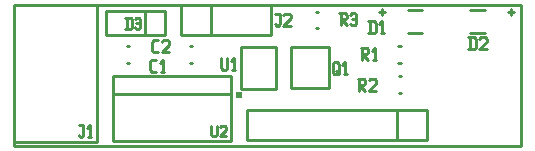
<source format=gbr>
G04 start of page 7 for group -4079 idx -4079 *
G04 Title: (unknown), topsilk *
G04 Creator: pcb 20110918 *
G04 CreationDate: Sun 03 Feb 2013 01:35:00 AM GMT UTC *
G04 For: petersen *
G04 Format: Gerber/RS-274X *
G04 PCB-Dimensions: 170000 48000 *
G04 PCB-Coordinate-Origin: lower left *
%MOIN*%
%FSLAX25Y25*%
%LNTOPSILK*%
%ADD62C,0.0100*%
%ADD61C,0.0001*%
G54D61*G36*
X74500Y18500D02*X76500D01*
Y16500D01*
X74500D01*
Y18500D01*
G37*
G54D62*X169500Y47500D02*Y500D01*
X123000Y46000D02*Y44000D01*
X122000Y45000D02*X124000D01*
X166000Y46000D02*Y44000D01*
X165000Y45000D02*X167000D01*
X500Y47500D02*X169500D01*
Y500D02*X500D01*
Y47500D01*
X105400Y33600D02*Y19700D01*
X92600Y33600D02*X105400D01*
X92600D02*Y19700D01*
X105400D01*
X152543Y45740D02*X157267D01*
X152543Y38260D02*X157267D01*
X128564Y28245D02*X129350D01*
X128564Y33755D02*X129350D01*
X101107Y39745D02*X101893D01*
X101107Y45255D02*X101893D01*
X131595Y38260D02*X136319D01*
X131595Y45740D02*X136319D01*
X59064Y28245D02*X59850D01*
X59064Y33755D02*X59850D01*
X56000Y37500D02*X86000D01*
Y47500D02*Y37500D01*
X56000Y47500D02*X86000D01*
X56000D02*Y37500D01*
X66000Y47500D02*Y37500D01*
X56000Y47500D02*X66000D01*
X44000Y45500D02*Y37500D01*
X31100Y45500D02*Y37500D01*
X50800Y45500D02*Y37500D01*
X31100D02*X50800D01*
X31100Y45500D02*X50800D01*
X76000Y33500D02*Y19600D01*
X87800D01*
Y33500D01*
X76000D01*
X38107Y28245D02*X38893D01*
X38107Y33755D02*X38893D01*
X500Y47500D02*Y1831D01*
X28059D01*
Y47500D01*
X500D01*
X128650Y18245D02*X129436D01*
X128650Y23755D02*X129436D01*
X72685Y2157D02*X33315D01*
X72685Y23811D02*X33315D01*
Y17905D02*X72685D01*
Y23811D02*Y2157D01*
X33315D02*Y23811D01*
X78000Y12500D02*X138000D01*
X78000D02*Y2500D01*
X138000D01*
Y12500D02*Y2500D01*
X128000Y12500D02*Y2500D01*
X138000D01*
X87500Y44500D02*X89000D01*
Y41000D01*
X88500Y40500D02*X89000Y41000D01*
X88000Y40500D02*X88500D01*
X87500Y41000D02*X88000Y40500D01*
X90200Y44000D02*X90700Y44500D01*
X92200D01*
X92700Y44000D01*
Y43000D01*
X90200Y40500D02*X92700Y43000D01*
X90200Y40500D02*X92700D01*
X106700Y27900D02*Y24900D01*
Y27900D02*X107200Y28400D01*
X108200D01*
X108700Y27900D01*
Y24900D01*
X108200Y24400D02*X108700Y24900D01*
X107200Y24400D02*X108200D01*
X106700Y24900D02*X107200Y24400D01*
X107700Y25400D02*X108700Y24400D01*
X110400D02*X111400D01*
X110900Y28400D02*Y24400D01*
X109900Y27400D02*X110900Y28400D01*
X152255Y36650D02*Y32650D01*
X153755Y36650D02*X154255Y36150D01*
Y33150D01*
X153755Y32650D02*X154255Y33150D01*
X151755Y32650D02*X153755D01*
X151755Y36650D02*X153755D01*
X155455Y36150D02*X155955Y36650D01*
X157455D01*
X157955Y36150D01*
Y35150D01*
X155455Y32650D02*X157955Y35150D01*
X155455Y32650D02*X157955D01*
X116031Y33150D02*X118031D01*
X118531Y32650D01*
Y31650D01*
X118031Y31150D02*X118531Y31650D01*
X116531Y31150D02*X118031D01*
X116531Y33150D02*Y29150D01*
Y31150D02*X118531Y29150D01*
X120231D02*X121231D01*
X120731Y33150D02*Y29150D01*
X119731Y32150D02*X120731Y33150D01*
X108807Y44650D02*X110807D01*
X111307Y44150D01*
Y43150D01*
X110807Y42650D02*X111307Y43150D01*
X109307Y42650D02*X110807D01*
X109307Y44650D02*Y40650D01*
Y42650D02*X111307Y40650D01*
X112507Y44150D02*X113007Y44650D01*
X114007D01*
X114507Y44150D01*
Y41150D01*
X114007Y40650D02*X114507Y41150D01*
X113007Y40650D02*X114007D01*
X112507Y41150D02*X113007Y40650D01*
Y42650D02*X114507D01*
X119000Y42000D02*Y38000D01*
X120500Y42000D02*X121000Y41500D01*
Y38500D01*
X120500Y38000D02*X121000Y38500D01*
X118500Y38000D02*X120500D01*
X118500Y42000D02*X120500D01*
X122700Y38000D02*X123700D01*
X123200Y42000D02*Y38000D01*
X122200Y41000D02*X123200Y42000D01*
X46936Y31650D02*X48436D01*
X46436Y32150D02*X46936Y31650D01*
X46436Y35150D02*Y32150D01*
Y35150D02*X46936Y35650D01*
X48436D01*
X49636Y35150D02*X50136Y35650D01*
X51636D01*
X52136Y35150D01*
Y34150D01*
X49636Y31650D02*X52136Y34150D01*
X49636Y31650D02*X52136D01*
X37945Y43110D02*Y39550D01*
X39280Y43110D02*X39725Y42665D01*
Y39995D01*
X39280Y39550D02*X39725Y39995D01*
X37500Y39550D02*X39280D01*
X37500Y43110D02*X39280D01*
X40793Y42665D02*X41238Y43110D01*
X42128D01*
X42573Y42665D01*
Y39995D01*
X42128Y39550D02*X42573Y39995D01*
X41238Y39550D02*X42128D01*
X40793Y39995D02*X41238Y39550D01*
Y41330D02*X42573D01*
X69500Y29800D02*Y26300D01*
X70000Y25800D01*
X71000D01*
X71500Y26300D01*
Y29800D02*Y26300D01*
X73200Y25800D02*X74200D01*
X73700Y29800D02*Y25800D01*
X72700Y28800D02*X73700Y29800D01*
X114979Y22960D02*X116979D01*
X117479Y22460D01*
Y21460D01*
X116979Y20960D02*X117479Y21460D01*
X115479Y20960D02*X116979D01*
X115479Y22960D02*Y18960D01*
Y20960D02*X117479Y18960D01*
X118679Y22460D02*X119179Y22960D01*
X120679D01*
X121179Y22460D01*
Y21460D01*
X118679Y18960D02*X121179Y21460D01*
X118679Y18960D02*X121179D01*
X46307Y25150D02*X47807D01*
X45807Y25650D02*X46307Y25150D01*
X45807Y28650D02*Y25650D01*
Y28650D02*X46307Y29150D01*
X47807D01*
X49507Y25150D02*X50507D01*
X50007Y29150D02*Y25150D01*
X49007Y28150D02*X50007Y29150D01*
X66158Y7295D02*Y4180D01*
X66603Y3735D01*
X67493D01*
X67938Y4180D01*
Y7295D02*Y4180D01*
X69006Y6850D02*X69451Y7295D01*
X70786D01*
X71231Y6850D01*
Y5960D01*
X69006Y3735D02*X71231Y5960D01*
X69006Y3735D02*X71231D01*
X22000Y7500D02*X23500D01*
Y4000D01*
X23000Y3500D02*X23500Y4000D01*
X22500Y3500D02*X23000D01*
X22000Y4000D02*X22500Y3500D01*
X25200D02*X26200D01*
X25700Y7500D02*Y3500D01*
X24700Y6500D02*X25700Y7500D01*
M02*

</source>
